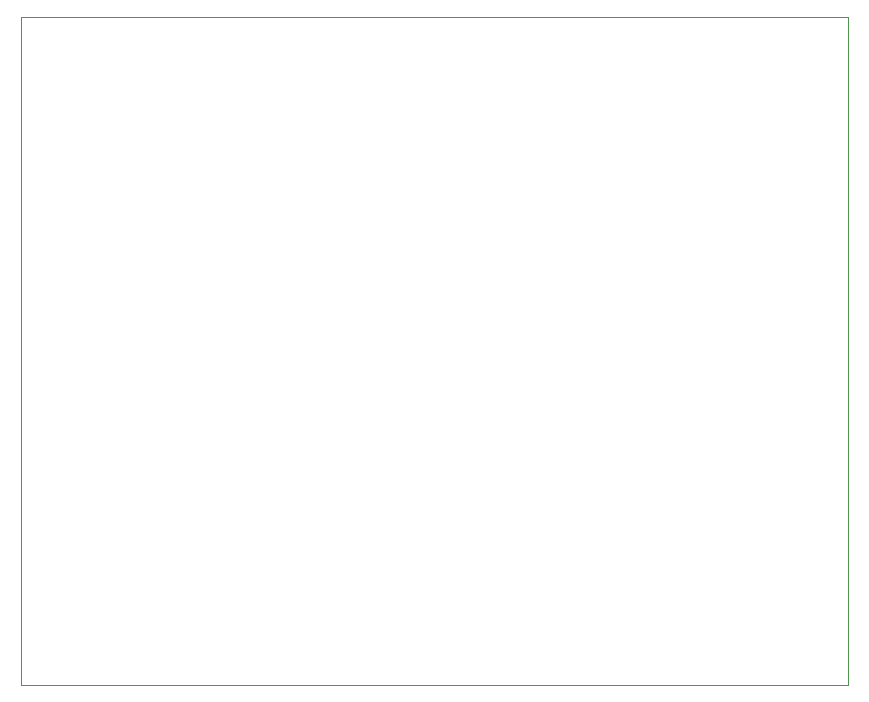
<source format=gbr>
%TF.GenerationSoftware,KiCad,Pcbnew,7.0.2*%
%TF.CreationDate,2023-05-02T00:15:14+02:00*%
%TF.ProjectId,Test1,54657374-312e-46b6-9963-61645f706362,rev?*%
%TF.SameCoordinates,PX669d880PY237a080*%
%TF.FileFunction,Profile,NP*%
%FSLAX46Y46*%
G04 Gerber Fmt 4.6, Leading zero omitted, Abs format (unit mm)*
G04 Created by KiCad (PCBNEW 7.0.2) date 2023-05-02 00:15:14*
%MOMM*%
%LPD*%
G01*
G04 APERTURE LIST*
%TA.AperFunction,Profile*%
%ADD10C,0.100000*%
%TD*%
G04 APERTURE END LIST*
D10*
X0Y0D02*
X70000000Y0D01*
X70000000Y-56500000D01*
X0Y-56500000D01*
X0Y0D01*
M02*

</source>
